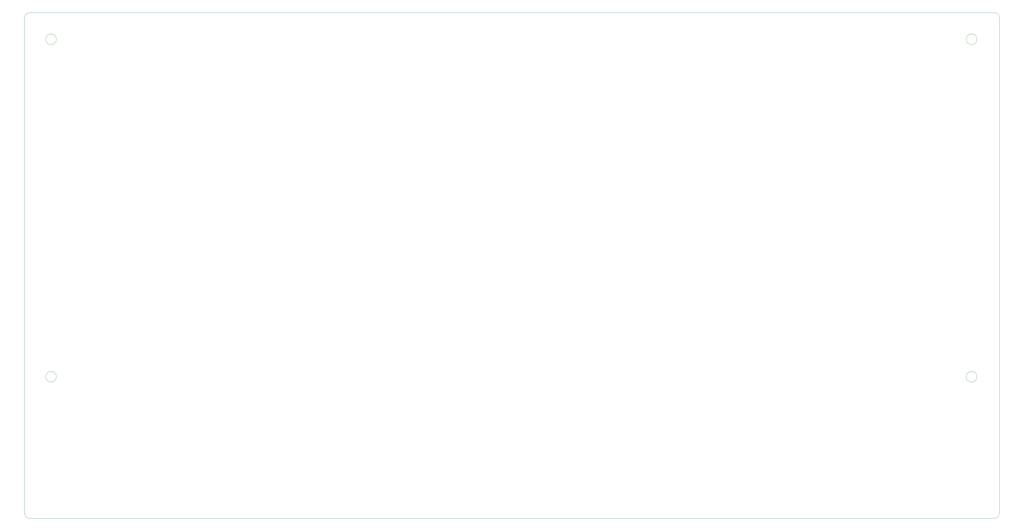
<source format=gbr>
%TF.GenerationSoftware,KiCad,Pcbnew,8.0.4*%
%TF.CreationDate,2025-04-24T19:07:03-07:00*%
%TF.ProjectId,traffic_paradise,74726166-6669-4635-9f70-617261646973,rev?*%
%TF.SameCoordinates,Original*%
%TF.FileFunction,Profile,NP*%
%FSLAX46Y46*%
G04 Gerber Fmt 4.6, Leading zero omitted, Abs format (unit mm)*
G04 Created by KiCad (PCBNEW 8.0.4) date 2025-04-24 19:07:03*
%MOMM*%
%LPD*%
G01*
G04 APERTURE LIST*
%TA.AperFunction,Profile*%
%ADD10C,0.050000*%
%TD*%
G04 APERTURE END LIST*
D10*
X11873000Y-9873000D02*
G75*
G02*
X7873000Y-9873000I-2000000J0D01*
G01*
X7873000Y-9873000D02*
G75*
G02*
X11873000Y-9873000I2000000J0D01*
G01*
X1873000Y-190123000D02*
G75*
G02*
X-127000Y-188123000I-1J1999999D01*
G01*
X1873000Y127000D02*
X364373000Y127000D01*
X364373000Y127000D02*
G75*
G02*
X366373000Y-1873000I0J-2000000D01*
G01*
X-127000Y-1873000D02*
G75*
G02*
X1873000Y127000I1999999J1D01*
G01*
X357873000Y-9873000D02*
G75*
G02*
X353873000Y-9873000I-2000000J0D01*
G01*
X353873000Y-9873000D02*
G75*
G02*
X357873000Y-9873000I2000000J0D01*
G01*
X366373000Y-1873000D02*
X366373000Y-188123000D01*
X366373000Y-188123000D02*
G75*
G02*
X364373000Y-190123000I-2000000J0D01*
G01*
X-127000Y-188123000D02*
X-127000Y-1873000D01*
X364373000Y-190123000D02*
X1873000Y-190123000D01*
X11873000Y-136873000D02*
G75*
G02*
X7873000Y-136873000I-2000000J0D01*
G01*
X7873000Y-136873000D02*
G75*
G02*
X11873000Y-136873000I2000000J0D01*
G01*
X357873000Y-136873000D02*
G75*
G02*
X353873000Y-136873000I-2000000J0D01*
G01*
X353873000Y-136873000D02*
G75*
G02*
X357873000Y-136873000I2000000J0D01*
G01*
M02*

</source>
